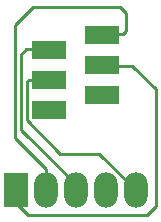
<source format=gtl>
G04*
G04 #@! TF.GenerationSoftware,Altium Limited,Altium Designer,23.2.1 (34)*
G04*
G04 Layer_Physical_Order=1*
G04 Layer_Color=255*
%FSLAX44Y44*%
%MOMM*%
G71*
G04*
G04 #@! TF.SameCoordinates,E44AF53E-CD2E-44FD-B6C0-48FBA89CA604*
G04*
G04*
G04 #@! TF.FilePolarity,Positive*
G04*
G01*
G75*
%ADD13R,3.0000X1.5000*%
%ADD17C,0.2540*%
%ADD18O,2.0000X3.0000*%
%ADD19R,2.0000X3.0000*%
D13*
X55600Y149050D02*
D03*
X100600Y161750D02*
D03*
X55600Y123650D02*
D03*
Y98250D02*
D03*
X100600Y136350D02*
D03*
Y110950D02*
D03*
D17*
X138430Y8890D02*
X146050Y16510D01*
X38100Y8890D02*
X138430D01*
X146050Y16510D02*
Y115570D01*
X27509Y19481D02*
X38100Y8890D01*
X31710Y81320D02*
Y144780D01*
X78100Y30000D02*
Y34930D01*
X31710Y81320D02*
X78100Y34930D01*
X126047Y135573D02*
X146050Y115570D01*
X107950Y135573D02*
X126047D01*
X27509Y19481D02*
Y29791D01*
X115570Y185420D02*
X120680Y180310D01*
Y165130D02*
Y180310D01*
X103446Y162372D02*
X117922D01*
X120680Y165130D01*
X36790Y122162D02*
X38278Y123650D01*
X36790Y89172D02*
Y112776D01*
X38278Y123650D02*
X50800D01*
X36790Y112776D02*
Y122162D01*
X36472Y149543D02*
X50800D01*
X26630Y170140D02*
X41910Y185420D01*
X115570D01*
X26630Y74286D02*
Y170140D01*
Y74286D02*
X52700Y48216D01*
Y30000D02*
Y48216D01*
X31710Y144780D02*
X36472Y149543D01*
X36790Y89172D02*
X65088Y60874D01*
X98026D01*
X128900Y30000D01*
D18*
X78100D02*
D03*
X52700D02*
D03*
X103500D02*
D03*
X128900D02*
D03*
D19*
X27300D02*
D03*
M02*

</source>
